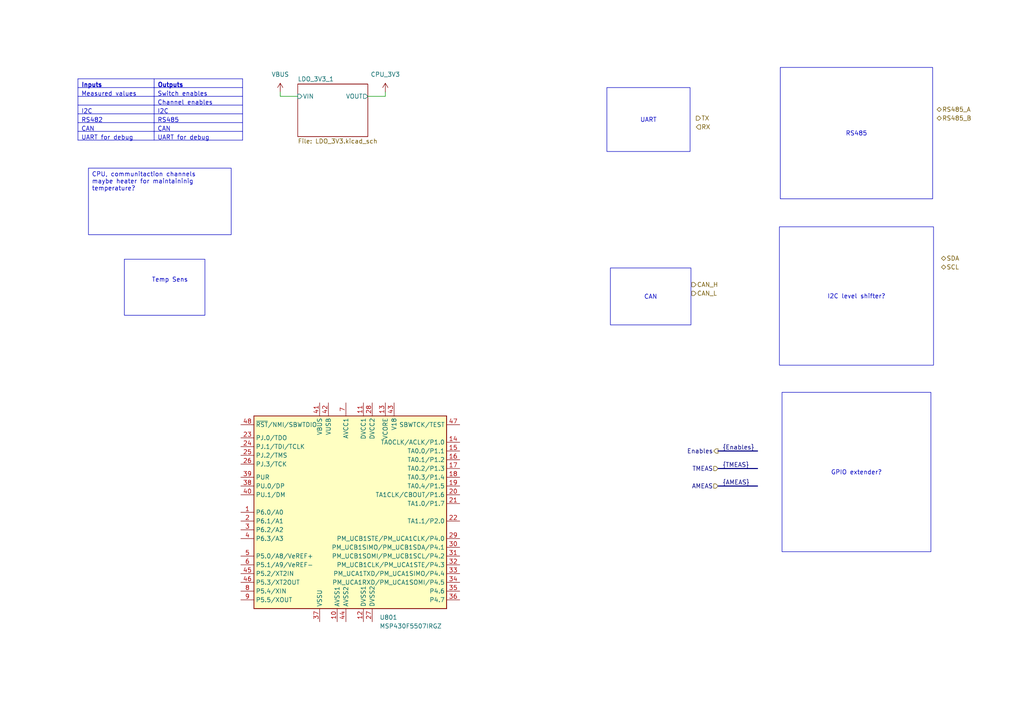
<source format=kicad_sch>
(kicad_sch (version 20250114) (generator "eeschema") (generator_version "9.0")
  (paper "A4")
  (lib_symbols
    (symbol "MCU_Texas_MSP430:MSP430F5507IRGZ"
      (property "Reference" "U" (at -21.59 29.21 0))
      (property "Value" "MSP430F5507IRGZ" (at 20.32 -29.21 0))
      (symbol "MSP430F5507IRGZ_0_1"
        (rectangle (start -26.67 27.94) (end 29.21 -27.94) (stroke (width 0.254)) (fill (type background)))
      )
      (symbol "MSP430F5507IRGZ_1_1"
        (pin input line (at -30.48 25.4 0) (length 3.81) (name "~{RST}/NMI/SBWTDIO") (number "48"))
        (pin bidirectional line (at -30.48 21.59 0) (length 3.81) (name "PJ.0/TDO") (number "23"))
        (pin bidirectional line (at -30.48 19.05 0) (length 3.81) (name "PJ.1/TDI/TCLK") (number "24"))
        (pin bidirectional line (at -30.48 16.51 0) (length 3.81) (name "PJ.2/TMS") (number "25"))
        (pin bidirectional line (at -30.48 13.97 0) (length 3.81) (name "PJ.3/TCK") (number "26"))
        (pin bidirectional line (at -30.48 10.16 0) (length 3.81) (name "PUR") (number "39"))
        (pin bidirectional line (at -30.48 7.62 0) (length 3.81) (name "PU.0/DP") (number "38"))
        (pin bidirectional line (at -30.48 5.08 0) (length 3.81) (name "PU.1/DM") (number "40"))
        (pin bidirectional line (at -30.48 0 0) (length 3.81) (name "P6.0/A0") (number "1"))
        (pin bidirectional line (at -30.48 -2.54 0) (length 3.81) (name "P6.1/A1") (number "2"))
        (pin bidirectional line (at -30.48 -5.08 0) (length 3.81) (name "P6.2/A2") (number "3"))
        (pin bidirectional line (at -30.48 -7.62 0) (length 3.81) (name "P6.3/A3") (number "4"))
        (pin bidirectional line (at -30.48 -12.7 0) (length 3.81) (name "P5.0/A8/VeREF+") (number "5"))
        (pin bidirectional line (at -30.48 -15.24 0) (length 3.81) (name "P5.1/A9/VeREF-") (number "6"))
        (pin bidirectional line (at -30.48 -17.78 0) (length 3.81) (name "P5.2/XT2IN") (number "45"))
        (pin bidirectional line (at -30.48 -20.32 0) (length 3.81) (name "P5.3/XT2OUT") (number "46"))
        (pin bidirectional line (at -30.48 -22.86 0) (length 3.81) (name "P5.4/XIN") (number "8"))
        (pin bidirectional line (at -30.48 -25.4 0) (length 3.81) (name "P5.5/XOUT") (number "9"))
        (pin power_in line (at -7.62 31.75 270) (length 3.81) (name "VBUS") (number "41"))
        (pin power_in line (at -7.62 -31.75 90) (length 3.81) (name "VSSU") (number "37"))
        (pin power_out line (at -5.08 31.75 270) (length 3.81) (name "VUSB") (number "42"))
        (pin power_in line (at -2.54 -31.75 90) (length 3.81) (name "AVSS1") (number "10"))
        (pin power_in line (at 0 31.75 270) (length 3.81) (name "AVCC1") (number "7"))
        (pin power_in line (at 0 -31.75 90) (length 3.81) (name "AVSS2") (number "44"))
        (pin power_in line (at 5.08 31.75 270) (length 3.81) (name "DVCC1") (number "11"))
        (pin power_in line (at 5.08 -31.75 90) (length 3.81) (name "DVSS1") (number "12"))
        (pin power_in line (at 7.62 31.75 270) (length 3.81) (name "DVCC2") (number "28"))
        (pin power_in line (at 7.62 -31.75 90) (length 3.81) (name "DVSS2") (number "27"))
        (pin passive line (at 11.43 31.75 270) (length 3.81) (name "VCORE") (number "13"))
        (pin passive line (at 13.97 31.75 270) (length 3.81) (name "V18") (number "43"))
        (pin input line (at 33.02 25.4 180) (length 3.81) (name "SBWTCK/TEST") (number "47"))
        (pin bidirectional line (at 33.02 20.32 180) (length 3.81) (name "TA0CLK/ACLK/P1.0") (number "14"))
        (pin bidirectional line (at 33.02 17.78 180) (length 3.81) (name "TA0.0/P1.1") (number "15"))
        (pin bidirectional line (at 33.02 15.24 180) (length 3.81) (name "TA0.1/P1.2") (number "16"))
        (pin bidirectional line (at 33.02 12.7 180) (length 3.81) (name "TA0.2/P1.3") (number "17"))
        (pin bidirectional line (at 33.02 10.16 180) (length 3.81) (name "TA0.3/P1.4") (number "18"))
        (pin bidirectional line (at 33.02 7.62 180) (length 3.81) (name "TA0.4/P1.5") (number "19"))
        (pin bidirectional line (at 33.02 5.08 180) (length 3.81) (name "TA1CLK/CBOUT/P1.6") (number "20"))
        (pin bidirectional line (at 33.02 2.54 180) (length 3.81) (name "TA1.0/P1.7") (number "21"))
        (pin bidirectional line (at 33.02 -2.54 180) (length 3.81) (name "TA1.1/P2.0") (number "22"))
        (pin bidirectional line (at 33.02 -7.62 180) (length 3.81) (name "PM_UCB1STE/PM_UCA1CLK/P4.0") (number "29"))
        (pin bidirectional line (at 33.02 -10.16 180) (length 3.81) (name "PM_UCB1SIMO/PM_UCB1SDA/P4.1") (number "30"))
        (pin bidirectional line (at 33.02 -12.7 180) (length 3.81) (name "PM_UCB1SOMI/PM_UCB1SCL/P4.2") (number "31"))
        (pin bidirectional line (at 33.02 -15.24 180) (length 3.81) (name "PM_UCB1CLK/PM_UCA1STE/P4.3") (number "32"))
        (pin bidirectional line (at 33.02 -17.78 180) (length 3.81) (name "PM_UCA1TXD/PM_UCA1SIMO/P4.4") (number "33"))
        (pin bidirectional line (at 33.02 -20.32 180) (length 3.81) (name "PM_UCA1RXD/PM_UCA1SOMI/P4.5") (number "34"))
        (pin bidirectional line (at 33.02 -22.86 180) (length 3.81) (name "P4.6") (number "35"))
        (pin bidirectional line (at 33.02 -25.4 180) (length 3.81) (name "P4.7") (number "36"))
      )
    )
    (symbol "power:VBUS" (power) (pin_numbers (hide yes)) (pin_names (offset 0) (hide yes))
      (property "Value" "VBUS" (at 0 3.556 0))
      (symbol "VBUS_0_1"
        (polyline (pts (xy -0.762 1.27) (xy 0 2.54)))
        (polyline (pts (xy 0 2.54) (xy 0.762 1.27)))
        (polyline (pts (xy 0 0) (xy 0 2.54)))
      )
      (symbol "VBUS_1_1"
        (pin power_in line (at 0 0 90) (length 0) (name "~") (number "1"))
      )
    )
    (symbol "power:VD" (power) (pin_numbers (hide yes)) (pin_names (offset 0) (hide yes))
      (property "Value" "VD" (at 0 3.556 0))
      (symbol "VD_0_1"
        (polyline (pts (xy -0.762 1.27) (xy 0 2.54)))
        (polyline (pts (xy 0 2.54) (xy 0.762 1.27)))
        (polyline (pts (xy 0 0) (xy 0 2.54)))
      )
      (symbol "VD_1_1"
        (pin power_in line (at 0 0 90) (length 0) (name "~") (number "1"))
      )
    )
  )
  (rectangle (start 36.068 75.184) (end 59.436 91.44))
  (text "Temp Sens" (at 49.276 81.28 0) (effects (font (size 1.27 1.27))))
  (text_box "CPU, communitaction channels\nmaybe heater for maintaininig temperature?" (at 25.654 48.768 0) (size 41.402 19.304) (margins 0.9525 0.9525 0.9525 0.9525) (effects (font (size 1.27 1.27)) (justify left top)))
  (text_box "UART" (at 176.022 25.4 0) (size 24.13 18.542) (margins 0.9525 0.9525 0.9525 0.9525) (effects (font (size 1.27 1.27))))
  (text_box "RS485" (at 226.314 19.558 0) (size 44.196 38.1) (margins 0.9525 0.9525 0.9525 0.9525) (effects (font (size 1.27 1.27))))
  (text_box "I2C level shifter? " (at 226.06 65.786 0) (size 44.704 40.132) (margins 0.9525 0.9525 0.9525 0.9525) (effects (font (size 1.27 1.27))))
  (text_box "GPIO extender?" (at 226.822 113.792 0) (size 43.18 46.228) (margins 0.9525 0.9525 0.9525 0.9525) (effects (font (size 1.27 1.27))))
  (text_box "CAN" (at 177.038 77.724 0) (size 23.368 16.51) (margins 0.9525 0.9525 0.9525 0.9525) (effects (font (size 1.27 1.27))))
  (bus (pts (xy 208.28 140.97) (xy 219.71 140.97)))
  (wire (pts (xy 81.28 26.67) (xy 81.28 27.94)))
  (wire (pts (xy 111.76 27.94) (xy 106.68 27.94)))
  (bus (pts (xy 208.28 135.89) (xy 219.71 135.89)))
  (wire (pts (xy 81.28 27.94) (xy 86.36 27.94)))
  (bus (pts (xy 208.28 130.81) (xy 219.71 130.81)))
  (wire (pts (xy 111.76 26.67) (xy 111.76 27.94)))
  (table (column_count 2) (border (external yes) (header yes)) (separators (rows yes) (cols yes)) (column_widths 22.098 25.654) (row_heights 2.54 2.54 2.54 2.54 2.54 2.54 2.54) (cells (table_cell "Inputs" (at 22.606 22.86 0) (size 22.098 2.54) (margins 0.9525 0.9525 0.9525 0.9525) (span 1 1)) (table_cell "Outputs" (at 44.704 22.86 0) (size 25.654 2.54) (margins 0.9525 0.9525 0.9525 0.9525) (span 1 1)) (table_cell "Measured values " (at 22.606 25.4 0) (size 22.098 2.54) (margins 0.9525 0.9525 0.9525 0.9525) (span 1 1)) (table_cell "Switch enables" (at 44.704 25.4 0) (size 25.654 2.54) (margins 0.9525 0.9525 0.9525 0.9525) (span 1 1)) (table_cell "" (at 22.606 27.94 0) (size 22.098 2.54) (margins 0.9525 0.9525 0.9525 0.9525) (span 1 1)) (table_cell "Channel enables" (at 44.704 27.94 0) (size 25.654 2.54) (margins 0.9525 0.9525 0.9525 0.9525) (span 1 1)) (table_cell "I2C" (at 22.606 30.48 0) (size 22.098 2.54) (margins 0.9525 0.9525 0.9525 0.9525) (span 1 1)) (table_cell "I2C" (at 44.704 30.48 0) (size 25.654 2.54) (margins 0.9525 0.9525 0.9525 0.9525) (span 1 1)) (table_cell "RS482" (at 22.606 33.02 0) (size 22.098 2.54) (margins 0.9525 0.9525 0.9525 0.9525) (span 1 1)) (table_cell "RS485" (at 44.704 33.02 0) (size 25.654 2.54) (margins 0.9525 0.9525 0.9525 0.9525) (span 1 1)) (table_cell "CAN" (at 22.606 35.56 0) (size 22.098 2.54) (margins 0.9525 0.9525 0.9525 0.9525) (span 1 1)) (table_cell "CAN" (at 44.704 35.56 0) (size 25.654 2.54) (margins 0.9525 0.9525 0.9525 0.9525) (span 1 1)) (table_cell "UART for debug" (at 22.606 38.1 0) (size 22.098 2.54) (margins 0.9525 0.9525 0.9525 0.9525) (span 1 1)) (table_cell "UART for debug" (at 44.704 38.1 0) (size 25.654 2.54) (margins 0.9525 0.9525 0.9525 0.9525) (span 1 1))))
  (label "{Enables}" (at 209.55 130.81 0))
  (label "{AMEAS}" (at 209.55 140.97 0))
  (label "{TMEAS}" (at 209.55 135.89 0))
  (hierarchical_label "TX" (shape output) (at 201.93 34.29 0))
  (hierarchical_label "RS485_A" (shape bidirectional) (at 271.78 31.75 0))
  (hierarchical_label "AMEAS" (shape input) (at 208.28 140.97 180))
  (hierarchical_label "SDA" (shape bidirectional) (at 273.05 74.93 0))
  (hierarchical_label "CAN_L" (shape output) (at 200.66 85.09 0))
  (hierarchical_label "TMEAS" (shape input) (at 208.28 135.89 180))
  (hierarchical_label "RS485_B" (shape bidirectional) (at 271.78 34.29 0))
  (hierarchical_label "RX" (shape input) (at 201.93 36.83 0))
  (hierarchical_label "Enables" (shape output) (at 208.28 130.81 180))
  (hierarchical_label "CAN_H" (shape output) (at 200.66 82.55 0))
  (hierarchical_label "SCL" (shape bidirectional) (at 273.05 77.47 0))
  (symbol (lib_id "MCU_Texas_MSP430:MSP430F5507IRGZ") (at 100.33 148.59 0) (unit 1)
    (property "Reference" "U801" (at 110.0933 179.07 0) (effects (justify left)))
    (property "Value" "MSP430F5507IRGZ" (at 110.0933 181.61 0) (effects (justify left)))
    (property "Footprint" "Package_DFN_QFN:Texas_RGZ0048A_VQFN-48-1EP_7x7mm_P0.5mm_EP5.15x5.15mm" (effects (hide yes)))
    (property "Datasheet" "http://www.ti.com/lit/ds/symlink/msp430f5507.pdf" (effects (hide yes)))
    (property "Description" "32kB Flash, 4kB + 2kB RAM, QFN-48" (effects (hide yes)))
  )
  (symbol (lib_id "power:VBUS") (at 81.28 26.67 0) (unit 1)
    (property "Reference" "#PWR01901" (effects (hide yes)))
    (property "Value" "VBUS" (at 81.28 21.59 0))
    (property "Description" "Power symbol creates a global label with name \"VBUS\"" (effects (hide yes)))
  )
  (symbol (lib_id "power:VD") (at 111.76 26.67 0) (unit 1)
    (property "Reference" "#PWR01902" (effects (hide yes)))
    (property "Value" "CPU_3V3" (at 111.76 21.59 0))
    (property "Description" "Power symbol creates a global label with name \"VD\"" (effects (hide yes)))
  )
  (sheet (at 86.36 24.384) (size 20.32 15.24) (stroke (width 0.1524))
    (property "Sheetname" "LDO_3V3_1" (at 86.36 23.6724 0) (effects (justify left bottom)))
    (property "Sheetfile" "LDO_3V3.kicad_sch" (at 86.36 40.2086 0) (effects (justify left top)))
    (pin "VIN" input (at 86.36 27.94 180))
    (pin "VOUT" output (at 106.68 27.94 0))
  )
)
</source>
